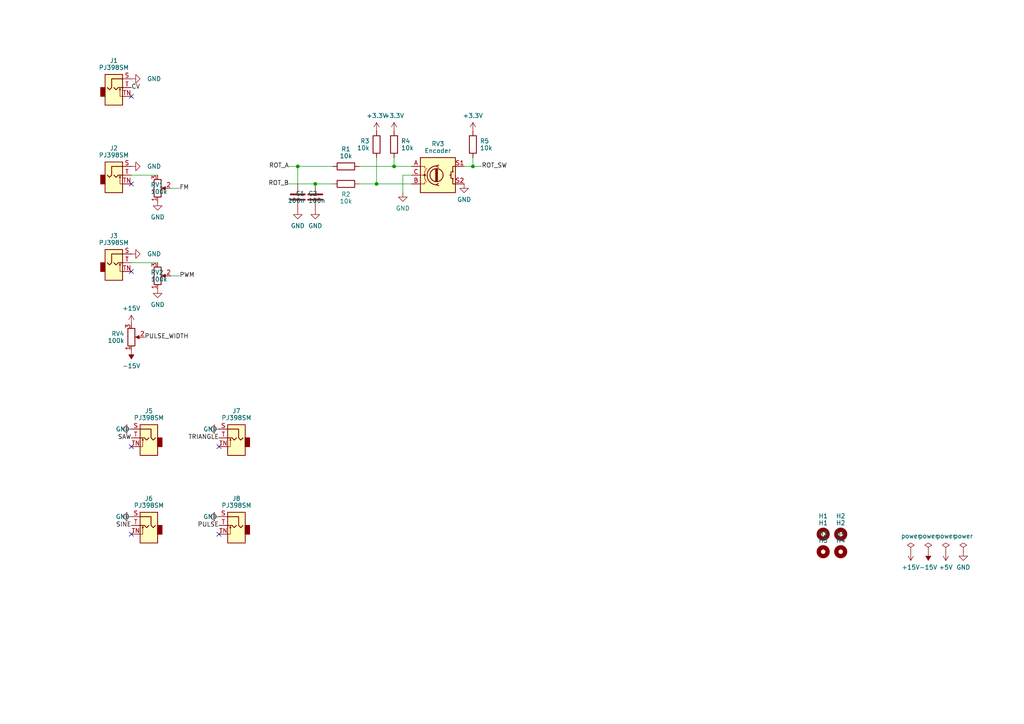
<source format=kicad_sch>
(kicad_sch (version 20211123) (generator "elektron")
  (paper "A4")
  (title_block (title "digital") (date "2023-08-07") (rev "1") (comment 1 "panel circuit") (comment 2 "digital controlled oscillator") (comment 4 "License CC BY 4.0 - Attribution 4.0 International"))
  (lib_symbols
    (symbol "Connector_Audio:AudioJack2_SwitchT"
      (property "Reference" "J" (at 0 8.89 0))
      (property "Value" "AudioJack2_SwitchT" (at 0 6.35 0))
      (symbol "AudioJack2_SwitchT_0_1"
        (rectangle (start -2.54 0) (end -3.81 -2.54) (stroke (width 0.254)) (fill (type outline)))
        (polyline (pts (xy 1.778 -0.254) (xy 2.032 -0.762)))
        (polyline (pts (xy 0 0) (xy 0.635 -0.635) (xy 1.27 0) (xy 2.54 0)) (stroke (width 0.254)))
        (polyline (pts (xy 2.54 -2.54) (xy 1.778 -2.54) (xy 1.778 -0.254) (xy 1.524 -0.762)))
        (polyline (pts (xy 2.54 2.54) (xy -0.635 2.54) (xy -0.635 0) (xy -1.27 -0.635) (xy -1.905 0)) (stroke (width 0.254)))
        (rectangle (start 2.54 3.81) (end -2.54 -5.08) (stroke (width 0.254)) (fill (type background)))
      )
      (symbol "AudioJack2_SwitchT_1_1"
        (pin passive line (at 5.08 2.54 180) (length 2.54) (name "~") (number "S"))
        (pin passive line (at 5.08 0 180) (length 2.54) (name "~") (number "T"))
        (pin passive line (at 5.08 -2.54 180) (length 2.54) (name "~") (number "TN"))
      )
    )
    (symbol "power:GND" (power) (pin_numbers hide) (pin_names (offset 0) hide)
      (property "Value" "GND" (at 0 -3.81 0))
      (symbol "GND_0_1"
        (polyline (pts (xy 0 0) (xy 0 -1.27) (xy 1.27 -1.27) (xy 0 -2.54) (xy -1.27 -1.27) (xy 0 -1.27)))
      )
      (symbol "GND_1_1"
        (pin power_in line (at 0 0 270) (length 0) (name "~") (number "1"))
      )
    )
    (symbol "Device:R_Potentiometer" (pin_names (offset 1.016) hide)
      (property "Reference" "RV" (at -4.445 0 90))
      (property "Value" "R_Potentiometer" (at -2.54 0 90))
      (symbol "R_Potentiometer_0_1"
        (polyline (pts (xy 2.54 0) (xy 1.524 0)))
        (polyline (pts (xy 1.143 0) (xy 2.286 0.508) (xy 2.286 -0.508) (xy 1.143 0)) (fill (type outline)))
        (rectangle (start 1.016 2.54) (end -1.016 -2.54) (stroke (width 0.254)))
      )
      (symbol "R_Potentiometer_1_1"
        (pin passive line (at 0 3.81 270) (length 1.27) (name "1") (number "1"))
        (pin passive line (at 3.81 0 180) (length 1.27) (name "2") (number "2"))
        (pin passive line (at 0 -3.81 90) (length 1.27) (name "3") (number "3"))
      )
    )
    (symbol "Device:RotaryEncoder_Switch" (pin_names (offset 0.254) hide)
      (property "Reference" "SW" (at 0 6.604 0))
      (property "Value" "RotaryEncoder_Switch" (at 0 -6.604 0))
      (symbol "RotaryEncoder_Switch_0_1"
        (rectangle (start -5.08 5.08) (end 5.08 -5.08) (stroke (width 0.254)) (fill (type background)))
        (circle (center -3.81 0) (radius 0.254) (fill (type outline)))
        (circle (center -0.381 0) (radius 1.905) (stroke (width 0.254)))
        (arc (start -0.381 2.667) (mid -3.0988 -0.0635) (end -0.381 -2.794) (stroke (width 0.254)))
        (polyline (pts (xy -0.635 -1.778) (xy -0.635 1.778)) (stroke (width 0.254)))
        (polyline (pts (xy -0.381 -1.778) (xy -0.381 1.778)) (stroke (width 0.254)))
        (polyline (pts (xy -0.127 1.778) (xy -0.127 -1.778)) (stroke (width 0.254)))
        (polyline (pts (xy 3.81 0) (xy 3.429 0)) (stroke (width 0.254)))
        (polyline (pts (xy 3.81 1.016) (xy 3.81 -1.016)) (stroke (width 0.254)))
        (polyline (pts (xy -5.08 -2.54) (xy -3.81 -2.54) (xy -3.81 -2.032)))
        (polyline (pts (xy -5.08 2.54) (xy -3.81 2.54) (xy -3.81 2.032)))
        (polyline (pts (xy 0.254 -3.048) (xy -0.508 -2.794) (xy 0.127 -2.413)) (stroke (width 0.254)))
        (polyline (pts (xy 0.254 2.921) (xy -0.508 2.667) (xy 0.127 2.286)) (stroke (width 0.254)))
        (polyline (pts (xy 5.08 -2.54) (xy 4.318 -2.54) (xy 4.318 -1.016)) (stroke (width 0.254)))
        (polyline (pts (xy 5.08 2.54) (xy 4.318 2.54) (xy 4.318 1.016)) (stroke (width 0.254)))
        (polyline (pts (xy -5.08 0) (xy -3.81 0) (xy -3.81 -1.016) (xy -3.302 -2.032)))
        (polyline (pts (xy -4.318 0) (xy -3.81 0) (xy -3.81 1.016) (xy -3.302 2.032)))
        (circle (center 4.318 -1.016) (radius 0.127) (stroke (width 0.254)))
        (circle (center 4.318 1.016) (radius 0.127) (stroke (width 0.254)))
      )
      (symbol "RotaryEncoder_Switch_1_1"
        (pin passive line (at -7.62 2.54 0) (length 2.54) (name "A") (number "A"))
        (pin passive line (at -7.62 -2.54 0) (length 2.54) (name "B") (number "B"))
        (pin passive line (at -7.62 0 0) (length 2.54) (name "C") (number "C"))
        (pin passive line (at 7.62 2.54 180) (length 2.54) (name "S1") (number "S1"))
        (pin passive line (at 7.62 -2.54 180) (length 2.54) (name "S2") (number "S2"))
      )
    )
    (symbol "Device:R" (pin_numbers hide) (pin_names (offset 0))
      (property "Reference" "R" (at 2.032 0 90))
      (property "Value" "R" (at 0 0 90))
      (symbol "R_0_1"
        (rectangle (start -1.016 -2.54) (end 1.016 2.54) (stroke (width 0.254)))
      )
      (symbol "R_1_1"
        (pin passive line (at 0 3.81 270) (length 1.27) (name "~") (number "1"))
        (pin passive line (at 0 -3.81 90) (length 1.27) (name "~") (number "2"))
      )
    )
    (symbol "power:+3.3V" (power) (pin_numbers hide) (pin_names (offset 0) hide)
      (property "Value" "+3.3V" (at 0 3.556 0))
      (symbol "+3.3V_0_1"
        (polyline (pts (xy -0.762 1.27) (xy 0 2.54)))
        (polyline (pts (xy 0 0) (xy 0 2.54)))
        (polyline (pts (xy 0 2.54) (xy 0.762 1.27)))
      )
      (symbol "+3.3V_1_1"
        (pin power_in line (at 0 0 90) (length 0) (name "~") (number "1"))
      )
    )
    (symbol "Device:C" (pin_numbers hide) (pin_names (offset 0.254))
      (property "Reference" "C" (at 0.635 2.54 0))
      (property "Value" "C" (at 0.635 -2.54 0))
      (symbol "C_0_1"
        (polyline (pts (xy -2.032 -0.762) (xy 2.032 -0.762)) (stroke (width 0.508)))
        (polyline (pts (xy -2.032 0.762) (xy 2.032 0.762)) (stroke (width 0.508)))
      )
      (symbol "C_1_1"
        (pin passive line (at 0 3.81 270) (length 2.794) (name "~") (number "1"))
        (pin passive line (at 0 -3.81 90) (length 2.794) (name "~") (number "2"))
      )
    )
    (symbol "power:+15V" (power) (pin_numbers hide) (pin_names (offset 0) hide)
      (property "Value" "+15V" (at 0 3.556 0))
      (symbol "+15V_0_1"
        (polyline (pts (xy -0.762 1.27) (xy 0 2.54)))
        (polyline (pts (xy 0 0) (xy 0 2.54)))
        (polyline (pts (xy 0 2.54) (xy 0.762 1.27)))
      )
      (symbol "+15V_1_1"
        (pin power_in line (at 0 0 90) (length 0) (name "~") (number "1"))
      )
    )
    (symbol "power:-15V" (power) (pin_numbers hide) (pin_names (offset 0) hide)
      (property "Value" "-15V" (at 0 3.556 0))
      (symbol "-15V_0_0"
        (pin power_in line (at 0 0 90) (length 0) (name "~") (number "1"))
      )
      (symbol "-15V_0_1"
        (polyline (pts (xy 0 0) (xy 0 1.27) (xy 0.762 1.27) (xy 0 2.54) (xy -0.762 1.27) (xy 0 1.27)) (fill (type outline)))
      )
    )
    (symbol "power:PWR_FLAG" (power) (pin_numbers hide) (pin_names (offset 0) hide)
      (property "Value" "PWR_FLAG" (at 0 3.81 0))
      (symbol "PWR_FLAG_0_0"
        (pin power_out line (at 0 0 90) (length 0) (name "~") (number "1"))
      )
      (symbol "PWR_FLAG_0_1"
        (polyline (pts (xy 0 0) (xy 0 1.27) (xy -1.016 1.905) (xy 0 2.54) (xy 1.016 1.905) (xy 0 1.27)))
      )
    )
    (symbol "power:+5V" (power) (pin_numbers hide) (pin_names (offset 0) hide)
      (property "Value" "+5V" (at 0 3.556 0))
      (symbol "+5V_0_1"
        (polyline (pts (xy -0.762 1.27) (xy 0 2.54)))
        (polyline (pts (xy 0 0) (xy 0 2.54)))
        (polyline (pts (xy 0 2.54) (xy 0.762 1.27)))
      )
      (symbol "+5V_1_1"
        (pin power_in line (at 0 0 90) (length 0) (name "~") (number "1"))
      )
    )
    (symbol "Mechanical:MountingHole" (pin_names (offset 1.016)) (exclude_from_sim yes) (in_bom no)
      (property "Reference" "H" (at 0 5.08 0))
      (property "Value" "MountingHole" (at 0 3.175 0))
      (symbol "MountingHole_0_1"
        (circle (center 0 0) (radius 1.27) (stroke (width 1.27)))
      )
    )
  )
  (symbol (lib_id "Connector_Audio:AudioJack2_SwitchT") (at 33.02 25.4 0) (unit 1)
    (property "Reference" "J1" (at 33.02 17.59 0))
    (property "Value" "PJ398SM" (at 33.02 19.59 0))
    (property "Description" "Audio Jack, 2 Poles (Mono / TS), Switched T Pole (Normalling)" (effects (hide yes)))
    (property "ki_keywords" "audio jack receptacle mono headphones phone TS connector" (effects (hide yes)))
    (property "ki_fp_filters" "Jack*" (effects (hide yes)))
  )
  (symbol (lib_id "power:GND") (at 38.1 22.86 90) (unit 1)
    (property "Reference" "GND" (effects (hide yes)))
    (property "Value" "GND" (at 42.64 22.86 90) (effects (justify right)))
    (property "Description" "Power symbol creates a global label with name \"GND\" , ground" (effects (hide yes)))
    (property "ki_keywords" "global power" (effects (hide yes)))
  )
  (label "CV" (at 38.1 25.4 0))
  (no_connect (at 38.1 27.94))
  (symbol (lib_id "Connector_Audio:AudioJack2_SwitchT") (at 33.02 50.8 0) (unit 1)
    (property "Reference" "J2" (at 33.02 42.99 0))
    (property "Value" "PJ398SM" (at 33.02 44.99 0))
    (property "Description" "Audio Jack, 2 Poles (Mono / TS), Switched T Pole (Normalling)" (effects (hide yes)))
    (property "ki_keywords" "audio jack receptacle mono headphones phone TS connector" (effects (hide yes)))
    (property "ki_fp_filters" "Jack*" (effects (hide yes)))
  )
  (symbol (lib_id "power:GND") (at 38.1 48.26 90) (unit 1)
    (property "Reference" "GND" (effects (hide yes)))
    (property "Value" "GND" (at 42.64 48.26 90) (effects (justify right)))
    (property "Description" "Power symbol creates a global label with name \"GND\" , ground" (effects (hide yes)))
    (property "ki_keywords" "global power" (effects (hide yes)))
  )
  (wire (pts (xy 38.1 50.8) (xy 40.64 50.8)))
  (wire (pts (xy 40.64 50.8) (xy 45.72 50.8)))
  (symbol (lib_id "Device:R_Potentiometer") (at 45.72 54.61 180) (mirror y) (unit 1)
    (property "Reference" "RV1" (at 43.7 53.61 0) (effects (justify left)))
    (property "Value" "100k" (at 43.7 55.61 0) (effects (justify left)))
    (property "Description" "Potentiometer" (effects (hide yes)))
    (property "ki_keywords" "resistor variable" (effects (hide yes)))
    (property "ki_fp_filters" "Potentiometer*" (effects (hide yes)))
    (property "Spice_Primitive" "X" (effects hide))
    (property "Spice_Model" "Potentiometer" (effects hide))
  )
  (wire (pts (xy 49.53 54.61) (xy 52.07 54.61)))
  (label "FM" (at 52.07 54.61 0))
  (symbol (lib_id "power:GND") (at 45.72 58.42 0) (unit 1)
    (property "Reference" "GND" (effects (hide yes)))
    (property "Value" "GND" (at 45.72 62.96 0))
    (property "Description" "Power symbol creates a global label with name \"GND\" , ground" (effects (hide yes)))
    (property "ki_keywords" "global power" (effects (hide yes)))
  )
  (no_connect (at 38.1 53.34))
  (symbol (lib_id "Connector_Audio:AudioJack2_SwitchT") (at 33.02 76.2 0) (unit 1)
    (property "Reference" "J3" (at 33.02 68.39 0))
    (property "Value" "PJ398SM" (at 33.02 70.39 0))
    (property "Description" "Audio Jack, 2 Poles (Mono / TS), Switched T Pole (Normalling)" (effects (hide yes)))
    (property "ki_keywords" "audio jack receptacle mono headphones phone TS connector" (effects (hide yes)))
    (property "ki_fp_filters" "Jack*" (effects (hide yes)))
  )
  (symbol (lib_id "power:GND") (at 38.1 73.66 90) (unit 1)
    (property "Reference" "GND" (effects (hide yes)))
    (property "Value" "GND" (at 42.64 73.66 90) (effects (justify right)))
    (property "Description" "Power symbol creates a global label with name \"GND\" , ground" (effects (hide yes)))
    (property "ki_keywords" "global power" (effects (hide yes)))
  )
  (wire (pts (xy 38.1 76.2) (xy 40.64 76.2)))
  (wire (pts (xy 40.64 76.2) (xy 45.72 76.2)))
  (symbol (lib_id "Device:R_Potentiometer") (at 45.72 80.01 180) (mirror y) (unit 1)
    (property "Reference" "RV2" (at 43.7 79.00999999999999 0) (effects (justify left)))
    (property "Value" "100k" (at 43.7 81.00999999999999 0) (effects (justify left)))
    (property "Description" "Potentiometer" (effects (hide yes)))
    (property "ki_keywords" "resistor variable" (effects (hide yes)))
    (property "ki_fp_filters" "Potentiometer*" (effects (hide yes)))
    (property "Spice_Primitive" "X" (effects hide))
    (property "Spice_Model" "Potentiometer" (effects hide))
  )
  (wire (pts (xy 49.53 80.01) (xy 52.07 80.01)))
  (label "PWM" (at 52.07 80.01 0))
  (symbol (lib_id "power:GND") (at 45.72 83.82 0) (unit 1)
    (property "Reference" "GND" (effects (hide yes)))
    (property "Value" "GND" (at 45.72 88.36 0))
    (property "Description" "Power symbol creates a global label with name \"GND\" , ground" (effects (hide yes)))
    (property "ki_keywords" "global power" (effects (hide yes)))
  )
  (no_connect (at 38.1 78.74))
  (symbol (lib_id "Device:RotaryEncoder_Switch") (at 127 50.8 0) (unit 1)
    (property "Reference" "RV3" (at 127 41.72 0))
    (property "Value" "Encoder" (at 127 43.72 0))
    (property "Description" "Rotary encoder, dual channel, incremental quadrate outputs, with switch" (effects (hide yes)))
    (property "ki_keywords" "rotary switch encoder switch push button" (effects (hide yes)))
    (property "ki_fp_filters" "RotaryEncoder*Switch*" (effects (hide yes)))
  )
  (wire (pts (xy 119.38 50.8) (xy 116.84 50.8)))
  (wire (pts (xy 116.84 50.8) (xy 116.84 55.88)))
  (symbol (lib_id "power:GND") (at 116.84 55.88 0) (unit 1)
    (property "Reference" "GND" (effects (hide yes)))
    (property "Value" "GND" (at 116.84 60.42 0))
    (property "Description" "Power symbol creates a global label with name \"GND\" , ground" (effects (hide yes)))
    (property "ki_keywords" "global power" (effects (hide yes)))
  )
  (wire (pts (xy 119.38 48.26) (xy 114.3 48.26)))
  (junction (at 114.3 48.26))
  (wire (pts (xy 114.3 48.26) (xy 114.3 45.72)))
  (symbol (lib_id "Device:R") (at 114.3 41.91 180) (unit 1)
    (property "Reference" "R4" (at 116.32 40.91 0) (effects (justify right)))
    (property "Value" "10k" (at 116.32 42.91 0) (effects (justify right)))
    (property "Description" "Resistor" (effects (hide yes)))
    (property "ki_keywords" "R res resistor" (effects (hide yes)))
    (property "ki_fp_filters" "R_*" (effects (hide yes)))
  )
  (symbol (lib_id "power:+3.3V") (at 114.3 38.1 0) (unit 1)
    (property "Reference" "+3.3V" (effects (hide yes)))
    (property "Value" "+3.3V" (at 114.3 33.56 0))
    (property "Description" "Power symbol creates a global label with name \"+3.3V\"" (effects (hide yes)))
    (property "ki_keywords" "global power" (effects (hide yes)))
  )
  (wire (pts (xy 114.3 48.26) (xy 104.14 48.26)))
  (symbol (lib_id "Device:R") (at 100.33 48.26 270) (unit 1)
    (property "Reference" "R1" (at 100.33 43.24 -270))
    (property "Value" "10k" (at 100.33 45.24 -270))
    (property "Description" "Resistor" (effects (hide yes)))
    (property "ki_keywords" "R res resistor" (effects (hide yes)))
    (property "ki_fp_filters" "R_*" (effects (hide yes)))
  )
  (wire (pts (xy 96.52 48.26) (xy 86.36 48.26)))
  (junction (at 86.36 48.26))
  (wire (pts (xy 86.36 48.26) (xy 86.36 53.34)))
  (symbol (lib_id "Device:C") (at 86.36 57.15 0) (unit 1)
    (property "Reference" "C2" (at 89.39 56.150000000000006 0) (effects (justify left)))
    (property "Value" "100n" (at 89.39 58.150000000000006 0) (effects (justify left)))
    (property "Description" "Unpolarized capacitor" (effects (hide yes)))
    (property "ki_keywords" "cap capacitor" (effects (hide yes)))
    (property "ki_fp_filters" "C_*" (effects (hide yes)))
  )
  (symbol (lib_id "power:GND") (at 86.36 60.96 0) (unit 1)
    (property "Reference" "GND" (effects (hide yes)))
    (property "Value" "GND" (at 86.36 65.5 0))
    (property "Description" "Power symbol creates a global label with name \"GND\" , ground" (effects (hide yes)))
    (property "ki_keywords" "global power" (effects (hide yes)))
  )
  (wire (pts (xy 86.36 48.26) (xy 83.82 48.26)))
  (label "ROT_A" (at 83.82 48.26 180))
  (wire (pts (xy 119.38 53.34) (xy 109.22 53.34)))
  (junction (at 109.22 53.34))
  (wire (pts (xy 109.22 53.34) (xy 109.22 45.72)))
  (symbol (lib_id "Device:R") (at 109.22 41.91 180) (unit 1)
    (property "Reference" "R3" (at 107.2 40.91 0) (effects (justify left)))
    (property "Value" "10k" (at 107.2 42.91 0) (effects (justify left)))
    (property "Description" "Resistor" (effects (hide yes)))
    (property "ki_keywords" "R res resistor" (effects (hide yes)))
    (property "ki_fp_filters" "R_*" (effects (hide yes)))
  )
  (symbol (lib_id "power:+3.3V") (at 109.22 38.1 0) (unit 1)
    (property "Reference" "+3.3V" (effects (hide yes)))
    (property "Value" "+3.3V" (at 109.22 33.56 0))
    (property "Description" "Power symbol creates a global label with name \"+3.3V\"" (effects (hide yes)))
    (property "ki_keywords" "global power" (effects (hide yes)))
  )
  (wire (pts (xy 109.22 53.34) (xy 104.14 53.34)))
  (symbol (lib_id "Device:R") (at 100.33 53.34 270) (unit 1)
    (property "Reference" "R2" (at 100.33 56.36 270))
    (property "Value" "10k" (at 100.33 58.36 270))
    (property "Description" "Resistor" (effects (hide yes)))
    (property "ki_keywords" "R res resistor" (effects (hide yes)))
    (property "ki_fp_filters" "R_*" (effects (hide yes)))
  )
  (wire (pts (xy 96.52 53.34) (xy 91.44 53.34)))
  (junction (at 91.44 53.34))
  (symbol (lib_id "Device:C") (at 91.44 57.15 0) (unit 1)
    (property "Reference" "C1" (at 88.41 56.150000000000006 0) (effects (justify right)))
    (property "Value" "100n" (at 88.41 58.150000000000006 0) (effects (justify right)))
    (property "Description" "Unpolarized capacitor" (effects (hide yes)))
    (property "ki_keywords" "cap capacitor" (effects (hide yes)))
    (property "ki_fp_filters" "C_*" (effects (hide yes)))
  )
  (symbol (lib_id "power:GND") (at 91.44 60.96 0) (unit 1)
    (property "Reference" "GND" (effects (hide yes)))
    (property "Value" "GND" (at 91.44 65.5 0))
    (property "Description" "Power symbol creates a global label with name \"GND\" , ground" (effects (hide yes)))
    (property "ki_keywords" "global power" (effects (hide yes)))
  )
  (wire (pts (xy 91.44 53.34) (xy 83.82 53.34)))
  (label "ROT_B" (at 83.82 53.34 180))
  (symbol (lib_id "power:GND") (at 134.62 53.34 0) (unit 1)
    (property "Reference" "GND" (effects (hide yes)))
    (property "Value" "GND" (at 134.62 57.88 0))
    (property "Description" "Power symbol creates a global label with name \"GND\" , ground" (effects (hide yes)))
    (property "ki_keywords" "global power" (effects (hide yes)))
  )
  (wire (pts (xy 134.62 48.26) (xy 137.16 48.26)))
  (junction (at 137.16 48.26))
  (wire (pts (xy 137.16 48.26) (xy 139.7 48.26)))
  (label "ROT_SW" (at 139.7 48.26 0))
  (wire (pts (xy 137.16 48.26) (xy 137.16 45.72)))
  (symbol (lib_id "Device:R") (at 137.16 41.91 180) (unit 1)
    (property "Reference" "R5" (at 139.18 40.91 0) (effects (justify right)))
    (property "Value" "10k" (at 139.18 42.91 0) (effects (justify right)))
    (property "Description" "Resistor" (effects (hide yes)))
    (property "ki_keywords" "R res resistor" (effects (hide yes)))
    (property "ki_fp_filters" "R_*" (effects (hide yes)))
  )
  (symbol (lib_id "power:+3.3V") (at 137.16 38.1 0) (unit 1)
    (property "Reference" "+3.3V" (effects (hide yes)))
    (property "Value" "+3.3V" (at 137.16 33.56 0))
    (property "Description" "Power symbol creates a global label with name \"+3.3V\"" (effects (hide yes)))
    (property "ki_keywords" "global power" (effects (hide yes)))
  )
  (symbol (lib_id "Device:R_Potentiometer") (at 38.1 97.79 0) (mirror x) (unit 1)
    (property "Reference" "RV4" (at 36.08 96.78999999999999 0) (effects (justify right)))
    (property "Value" "100k" (at 36.08 98.78999999999999 0) (effects (justify right)))
    (property "Description" "Potentiometer" (effects (hide yes)))
    (property "ki_keywords" "resistor variable" (effects (hide yes)))
    (property "ki_fp_filters" "Potentiometer*" (effects (hide yes)))
  )
  (label "PULSE_WIDTH" (at 41.91 97.79 0))
  (symbol (lib_id "power:+15V") (at 38.1 93.98 0) (unit 1)
    (property "Reference" "+15V" (effects (hide yes)))
    (property "Value" "+15V" (at 38.1 89.44 0))
    (property "Description" "Power symbol creates a global label with name \"+15V\"" (effects (hide yes)))
    (property "ki_keywords" "global power" (effects (hide yes)))
  )
  (symbol (lib_id "power:-15V") (at 38.1 101.6 180) (unit 1)
    (property "Reference" "-15V" (effects (hide yes)))
    (property "Value" "-15V" (at 38.1 106.14 0))
    (property "Description" "Power symbol creates a global label with name \"-15V\"" (effects (hide yes)))
    (property "ki_keywords" "global power" (effects (hide yes)))
  )
  (symbol (lib_id "Connector_Audio:AudioJack2_SwitchT") (at 43.18 127 0) (mirror y) (unit 1)
    (property "Reference" "J5" (at 43.18 119.19 0))
    (property "Value" "PJ398SM" (at 43.18 121.19 0))
    (property "Description" "Audio Jack, 2 Poles (Mono / TS), Switched T Pole (Normalling)" (effects (hide yes)))
    (property "ki_keywords" "audio jack receptacle mono headphones phone TS connector" (effects (hide yes)))
    (property "ki_fp_filters" "Jack*" (effects (hide yes)))
  )
  (symbol (lib_id "power:GND") (at 38.1 124.46 270) (unit 1)
    (property "Reference" "GND" (effects (hide yes)))
    (property "Value" "GND" (at 33.56 124.46 -270) (effects (justify left)))
    (property "Description" "Power symbol creates a global label with name \"GND\" , ground" (effects (hide yes)))
    (property "ki_keywords" "global power" (effects (hide yes)))
  )
  (label "SAW" (at 38.1 127 180))
  (no_connect (at 38.1 129.54))
  (symbol (lib_id "Connector_Audio:AudioJack2_SwitchT") (at 43.18 152.4 0) (mirror y) (unit 1)
    (property "Reference" "J6" (at 43.18 144.59 0))
    (property "Value" "PJ398SM" (at 43.18 146.59 0))
    (property "Description" "Audio Jack, 2 Poles (Mono / TS), Switched T Pole (Normalling)" (effects (hide yes)))
    (property "ki_keywords" "audio jack receptacle mono headphones phone TS connector" (effects (hide yes)))
    (property "ki_fp_filters" "Jack*" (effects (hide yes)))
  )
  (symbol (lib_id "power:GND") (at 38.1 149.86 270) (unit 1)
    (property "Reference" "GND" (effects (hide yes)))
    (property "Value" "GND" (at 33.56 149.86 -270) (effects (justify left)))
    (property "Description" "Power symbol creates a global label with name \"GND\" , ground" (effects (hide yes)))
    (property "ki_keywords" "global power" (effects (hide yes)))
  )
  (label "SINE" (at 38.1 152.4 180))
  (no_connect (at 38.1 154.94))
  (symbol (lib_id "Connector_Audio:AudioJack2_SwitchT") (at 68.58 127 0) (mirror y) (unit 1)
    (property "Reference" "J7" (at 68.58 119.19 0))
    (property "Value" "PJ398SM" (at 68.58 121.19 0))
    (property "Description" "Audio Jack, 2 Poles (Mono / TS), Switched T Pole (Normalling)" (effects (hide yes)))
    (property "ki_keywords" "audio jack receptacle mono headphones phone TS connector" (effects (hide yes)))
    (property "ki_fp_filters" "Jack*" (effects (hide yes)))
  )
  (symbol (lib_id "power:GND") (at 63.5 124.46 270) (unit 1)
    (property "Reference" "GND" (effects (hide yes)))
    (property "Value" "GND" (at 58.96 124.46 -270) (effects (justify left)))
    (property "Description" "Power symbol creates a global label with name \"GND\" , ground" (effects (hide yes)))
    (property "ki_keywords" "global power" (effects (hide yes)))
  )
  (label "TRIANGLE" (at 63.5 127 180))
  (no_connect (at 63.5 129.54))
  (symbol (lib_id "Connector_Audio:AudioJack2_SwitchT") (at 68.58 152.4 0) (mirror y) (unit 1)
    (property "Reference" "J8" (at 68.58 144.59 0))
    (property "Value" "PJ398SM" (at 68.58 146.59 0))
    (property "Description" "Audio Jack, 2 Poles (Mono / TS), Switched T Pole (Normalling)" (effects (hide yes)))
    (property "ki_keywords" "audio jack receptacle mono headphones phone TS connector" (effects (hide yes)))
    (property "ki_fp_filters" "Jack*" (effects (hide yes)))
  )
  (symbol (lib_id "power:GND") (at 63.5 149.86 270) (unit 1)
    (property "Reference" "GND" (effects (hide yes)))
    (property "Value" "GND" (at 58.96 149.86 -270) (effects (justify left)))
    (property "Description" "Power symbol creates a global label with name \"GND\" , ground" (effects (hide yes)))
    (property "ki_keywords" "global power" (effects (hide yes)))
  )
  (label "PULSE" (at 63.5 152.4 180))
  (no_connect (at 63.5 154.94))
  (symbol (lib_id "power:PWR_FLAG") (at 264.16 160.02 0) (unit 1)
    (property "Reference" "P1" (effects (hide yes)))
    (property "Value" "power" (at 264.16 155.48 0))
    (property "Description" "Special symbol for telling ERC where power comes from" (effects (hide yes)))
    (property "ki_keywords" "flag power" (effects (hide yes)))
  )
  (symbol (lib_id "power:+15V") (at 264.16 160.02 180) (unit 1)
    (property "Reference" "+15V" (effects (hide yes)))
    (property "Value" "+15V" (at 264.16 164.56 0))
    (property "Description" "Power symbol creates a global label with name \"+15V\"" (effects (hide yes)))
    (property "ki_keywords" "global power" (effects (hide yes)))
  )
  (symbol (lib_id "power:PWR_FLAG") (at 269.24 160.02 0) (unit 1)
    (property "Reference" "P2" (effects (hide yes)))
    (property "Value" "power" (at 269.24 155.48 0))
    (property "Description" "Special symbol for telling ERC where power comes from" (effects (hide yes)))
    (property "ki_keywords" "flag power" (effects (hide yes)))
  )
  (symbol (lib_id "power:-15V") (at 269.24 160.02 180) (unit 1)
    (property "Reference" "-15V" (effects (hide yes)))
    (property "Value" "-15V" (at 269.24 164.56 0))
    (property "Description" "Power symbol creates a global label with name \"-15V\"" (effects (hide yes)))
    (property "ki_keywords" "global power" (effects (hide yes)))
  )
  (symbol (lib_id "power:PWR_FLAG") (at 274.32 160.02 0) (unit 1)
    (property "Reference" "P3" (effects (hide yes)))
    (property "Value" "power" (at 274.32 155.48 0))
    (property "Description" "Special symbol for telling ERC where power comes from" (effects (hide yes)))
    (property "ki_keywords" "flag power" (effects (hide yes)))
  )
  (symbol (lib_id "power:+5V") (at 274.32 160.02 180) (unit 1)
    (property "Reference" "+5V" (effects (hide yes)))
    (property "Value" "+5V" (at 274.32 164.56 0))
    (property "Description" "Power symbol creates a global label with name \"+5V\"" (effects (hide yes)))
    (property "ki_keywords" "global power" (effects (hide yes)))
  )
  (symbol (lib_id "power:PWR_FLAG") (at 279.4 160.02 0) (unit 1)
    (property "Reference" "P4" (effects (hide yes)))
    (property "Value" "power" (at 279.4 155.48 0))
    (property "Description" "Special symbol for telling ERC where power comes from" (effects (hide yes)))
    (property "ki_keywords" "flag power" (effects (hide yes)))
  )
  (symbol (lib_id "power:GND") (at 279.4 160.02 0) (unit 1)
    (property "Reference" "GND" (effects (hide yes)))
    (property "Value" "GND" (at 279.4 164.56 0))
    (property "Description" "Power symbol creates a global label with name \"GND\" , ground" (effects (hide yes)))
    (property "ki_keywords" "global power" (effects (hide yes)))
  )
  (symbol (lib_id "Mechanical:MountingHole") (at 238.76 154.94 0) (unit 1) (exclude_from_sim yes) (in_bom no)
    (property "Reference" "H1" (at 238.76 149.67 0))
    (property "Value" "H1" (at 238.76 151.67 0))
    (property "Description" "Mounting Hole without connection" (effects (hide yes)))
    (property "ki_keywords" "mounting hole" (effects (hide yes)))
    (property "ki_fp_filters" "MountingHole*" (effects (hide yes)))
  )
  (symbol (lib_id "Mechanical:MountingHole") (at 243.84 154.94 0) (unit 1) (exclude_from_sim yes) (in_bom no)
    (property "Reference" "H2" (at 243.84 149.67 0))
    (property "Value" "H2" (at 243.84 151.67 0))
    (property "Description" "Mounting Hole without connection" (effects (hide yes)))
    (property "ki_keywords" "mounting hole" (effects (hide yes)))
    (property "ki_fp_filters" "MountingHole*" (effects (hide yes)))
  )
  (symbol (lib_id "Mechanical:MountingHole") (at 238.76 160.02 0) (unit 1) (exclude_from_sim yes) (in_bom no)
    (property "Reference" "H3" (at 238.76 154.75 0))
    (property "Value" "H3" (at 238.76 156.75 0))
    (property "Description" "Mounting Hole without connection" (effects (hide yes)))
    (property "ki_keywords" "mounting hole" (effects (hide yes)))
    (property "ki_fp_filters" "MountingHole*" (effects (hide yes)))
  )
  (symbol (lib_id "Mechanical:MountingHole") (at 243.84 160.02 0) (unit 1) (exclude_from_sim yes) (in_bom no)
    (property "Reference" "H4" (at 243.84 154.75 0))
    (property "Value" "H4" (at 243.84 156.75 0))
    (property "Description" "Mounting Hole without connection" (effects (hide yes)))
    (property "ki_keywords" "mounting hole" (effects (hide yes)))
    (property "ki_fp_filters" "MountingHole*" (effects (hide yes)))
  )
)
</source>
